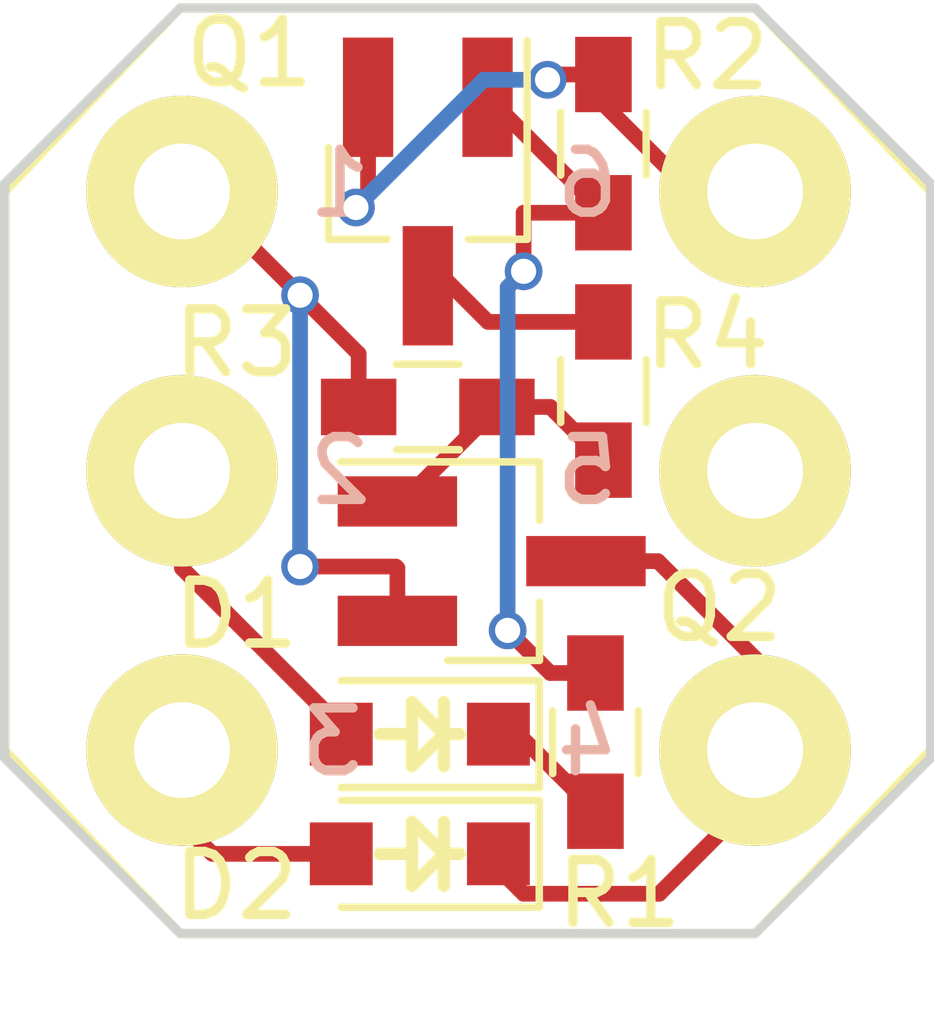
<source format=kicad_pcb>
(kicad_pcb (version 4) (host pcbnew 4.0.7)

  (general
    (links 14)
    (no_connects 0)
    (area 129.518999 82.845 144.801001 101.786)
    (thickness 1.6)
    (drawings 20)
    (tracks 55)
    (zones 0)
    (modules 9)
    (nets 11)
  )

  (page A4)
  (layers
    (0 F.Cu signal)
    (31 B.Cu signal)
    (32 B.Adhes user)
    (33 F.Adhes user)
    (34 B.Paste user)
    (35 F.Paste user)
    (36 B.SilkS user hide)
    (37 F.SilkS user)
    (38 B.Mask user)
    (39 F.Mask user)
    (40 Dwgs.User user)
    (41 Cmts.User user)
    (42 Eco1.User user)
    (43 Eco2.User user)
    (44 Edge.Cuts user)
    (45 Margin user)
    (46 B.CrtYd user hide)
    (47 F.CrtYd user)
    (48 B.Fab user hide)
    (49 F.Fab user hide)
  )

  (setup
    (last_trace_width 0.25)
    (trace_clearance 0.2)
    (zone_clearance 0.508)
    (zone_45_only no)
    (trace_min 0.2)
    (segment_width 0.2)
    (edge_width 0.15)
    (via_size 0.6)
    (via_drill 0.4)
    (via_min_size 0.4)
    (via_min_drill 0.3)
    (uvia_size 0.3)
    (uvia_drill 0.1)
    (uvias_allowed no)
    (uvia_min_size 0.2)
    (uvia_min_drill 0.1)
    (pcb_text_width 0.3)
    (pcb_text_size 1.5 1.5)
    (mod_edge_width 0.15)
    (mod_text_size 1 1)
    (mod_text_width 0.15)
    (pad_size 1.524 1.524)
    (pad_drill 0.762)
    (pad_to_mask_clearance 0.2)
    (aux_axis_origin 0 0)
    (visible_elements 7FFEFFBF)
    (pcbplotparams
      (layerselection 0x010f0_80000001)
      (usegerberextensions true)
      (excludeedgelayer true)
      (linewidth 0.100000)
      (plotframeref false)
      (viasonmask false)
      (mode 1)
      (useauxorigin false)
      (hpglpennumber 1)
      (hpglpenspeed 20)
      (hpglpendiameter 15)
      (hpglpenoverlay 2)
      (psnegative false)
      (psa4output false)
      (plotreference true)
      (plotvalue true)
      (plotinvisibletext false)
      (padsonsilk false)
      (subtractmaskfromsilk false)
      (outputformat 1)
      (mirror false)
      (drillshape 0)
      (scaleselection 1)
      (outputdirectory ""))
  )

  (net 0 "")
  (net 1 "Net-(D1-Pad1)")
  (net 2 Tele_ctrl)
  (net 3 S_pwr)
  (net 4 Ign_24V)
  (net 5 +24V)
  (net 6 "Net-(P1-Pad5)")
  (net 7 Earth)
  (net 8 "Net-(Q1-Pad3)")
  (net 9 "Net-(Q2-Pad1)")
  (net 10 "Net-(Q1-Pad1)")

  (net_class Default "This is the default net class."
    (clearance 0.2)
    (trace_width 0.25)
    (via_dia 0.6)
    (via_drill 0.4)
    (uvia_dia 0.3)
    (uvia_drill 0.1)
    (add_net +24V)
    (add_net Earth)
    (add_net Ign_24V)
    (add_net "Net-(D1-Pad1)")
    (add_net "Net-(P1-Pad5)")
    (add_net "Net-(Q1-Pad1)")
    (add_net "Net-(Q1-Pad3)")
    (add_net "Net-(Q2-Pad1)")
    (add_net S_pwr)
    (add_net Tele_ctrl)
  )

  (module Diodes_SMD:D_SOD-323_HandSoldering (layer F.Cu) (tedit 5B7B1FA2) (tstamp 5B7B0891)
    (at 136.398 98.171 180)
    (descr SOD-323)
    (tags SOD-323)
    (path /5B7AE4D2)
    (attr smd)
    (fp_text reference D1 (at 2.921 1.905 180) (layer F.SilkS)
      (effects (font (size 1 1) (thickness 0.15)))
    )
    (fp_text value D (at 0.1 1.9 180) (layer F.Fab)
      (effects (font (size 1 1) (thickness 0.15)))
    )
    (fp_text user %R (at 0 -1.85 180) (layer F.Fab)
      (effects (font (size 1 1) (thickness 0.15)))
    )
    (fp_line (start -1.9 -0.85) (end -1.9 0.85) (layer F.SilkS) (width 0.12))
    (fp_line (start 0.2 0) (end 0.45 0) (layer F.Fab) (width 0.1))
    (fp_line (start 0.2 0.35) (end -0.3 0) (layer F.Fab) (width 0.1))
    (fp_line (start 0.2 -0.35) (end 0.2 0.35) (layer F.Fab) (width 0.1))
    (fp_line (start -0.3 0) (end 0.2 -0.35) (layer F.Fab) (width 0.1))
    (fp_line (start -0.3 0) (end -0.5 0) (layer F.Fab) (width 0.1))
    (fp_line (start -0.3 -0.35) (end -0.3 0.35) (layer F.Fab) (width 0.1))
    (fp_line (start -0.9 0.7) (end -0.9 -0.7) (layer F.Fab) (width 0.1))
    (fp_line (start 0.9 0.7) (end -0.9 0.7) (layer F.Fab) (width 0.1))
    (fp_line (start 0.9 -0.7) (end 0.9 0.7) (layer F.Fab) (width 0.1))
    (fp_line (start -0.9 -0.7) (end 0.9 -0.7) (layer F.Fab) (width 0.1))
    (fp_line (start -2 -0.95) (end 2 -0.95) (layer F.CrtYd) (width 0.05))
    (fp_line (start 2 -0.95) (end 2 0.95) (layer F.CrtYd) (width 0.05))
    (fp_line (start -2 0.95) (end 2 0.95) (layer F.CrtYd) (width 0.05))
    (fp_line (start -2 -0.95) (end -2 0.95) (layer F.CrtYd) (width 0.05))
    (fp_line (start -1.9 0.85) (end 1.25 0.85) (layer F.SilkS) (width 0.12))
    (fp_line (start -1.9 -0.85) (end 1.25 -0.85) (layer F.SilkS) (width 0.12))
    (pad 1 smd rect (at -1.25 0 180) (size 1 1) (layers F.Cu F.Paste F.Mask)
      (net 1 "Net-(D1-Pad1)"))
    (pad 2 smd rect (at 1.25 0 180) (size 1 1) (layers F.Cu F.Paste F.Mask)
      (net 2 Tele_ctrl))
    (model ${KISYS3DMOD}/Diodes_SMD.3dshapes/D_SOD-323.wrl
      (at (xyz 0 0 0))
      (scale (xyz 1 1 1))
      (rotate (xyz 0 0 0))
    )
  )

  (module FootPrints:DT0X_6P (layer F.Cu) (tedit 5B7B0384) (tstamp 5B7B08C1)
    (at 137.16 93.98)
    (path /5B7B28FF)
    (fp_text reference P1 (at 0.508 0.762 90) (layer B.SilkS) hide
      (effects (font (size 1 1) (thickness 0.15)) (justify mirror))
    )
    (fp_text value CONN_01X06 (at 0 -10.16 180) (layer F.Fab)
      (effects (font (size 1 1) (thickness 0.15)))
    )
    (fp_line (start -7.366 4.445) (end -4.572 7.366) (layer F.SilkS) (width 0.15))
    (fp_line (start -4.572 7.366) (end 4.572 7.366) (layer F.SilkS) (width 0.15))
    (fp_line (start 4.572 -7.366) (end -4.572 -7.366) (layer F.SilkS) (width 0.15))
    (fp_line (start -4.572 -7.366) (end -7.366 -4.445) (layer F.SilkS) (width 0.15))
    (fp_line (start -7.366 4.445) (end -7.366 -4.445) (layer F.SilkS) (width 0.15))
    (fp_line (start 4.572 7.366) (end 7.366 4.445) (layer F.SilkS) (width 0.15))
    (fp_line (start 7.366 4.445) (end 7.366 -4.445) (layer F.SilkS) (width 0.15))
    (fp_line (start 4.572 -7.366) (end 7.366 -4.445) (layer F.SilkS) (width 0.15))
    (fp_text user 6 (at 1.905 -4.572) (layer B.SilkS)
      (effects (font (size 1 1) (thickness 0.15)) (justify mirror))
    )
    (fp_text user 5 (at 1.905 0) (layer B.SilkS)
      (effects (font (size 1 1) (thickness 0.15)) (justify mirror))
    )
    (fp_text user 4 (at 1.905 4.318) (layer B.SilkS)
      (effects (font (size 1 1) (thickness 0.15)) (justify mirror))
    )
    (fp_text user 3 (at -2.159 4.318) (layer B.SilkS)
      (effects (font (size 1 1) (thickness 0.15)) (justify mirror))
    )
    (fp_text user 2 (at -2.032 0) (layer B.SilkS)
      (effects (font (size 1 1) (thickness 0.15)) (justify mirror))
    )
    (fp_text user 1 (at -2.032 -4.572) (layer B.SilkS)
      (effects (font (size 1 1) (thickness 0.15)) (justify mirror))
    )
    (pad 5 thru_hole circle (at 4.572 0) (size 3.048 3.048) (drill 1.524) (layers *.Cu *.Mask F.SilkS)
      (net 6 "Net-(P1-Pad5)"))
    (pad 2 thru_hole circle (at -4.5466 0) (size 3.048 3.048) (drill 1.524) (layers *.Cu *.Mask F.SilkS)
      (net 2 Tele_ctrl))
    (pad 1 thru_hole circle (at -4.5466 -4.445) (size 3.048 3.048) (drill 1.524) (layers *.Cu *.Mask F.SilkS)
      (net 5 +24V))
    (pad 3 thru_hole circle (at -4.5466 4.445) (size 3.048 3.048) (drill 1.524) (layers *.Cu *.Mask F.SilkS)
      (net 4 Ign_24V))
    (pad 4 thru_hole circle (at 4.572 4.445) (size 3.048 3.048) (drill 1.524) (layers *.Cu *.Mask F.SilkS)
      (net 3 S_pwr))
    (pad 6 thru_hole circle (at 4.572 -4.445) (size 3.048 3.048) (drill 1.524) (layers *.Cu *.Mask F.SilkS)
      (net 7 Earth))
  )

  (module Resistors_SMD:R_0603_HandSoldering (layer F.Cu) (tedit 5B7B1FAC) (tstamp 5B7B092F)
    (at 139.319 92.71 90)
    (descr "Resistor SMD 0603, hand soldering")
    (tags "resistor 0603")
    (path /5B7AE3D4)
    (attr smd)
    (fp_text reference R4 (at 0.889 1.651 180) (layer F.SilkS)
      (effects (font (size 1 1) (thickness 0.15)))
    )
    (fp_text value 2.2K (at 0 1.55 90) (layer F.Fab)
      (effects (font (size 1 1) (thickness 0.15)))
    )
    (fp_text user %R (at 1.27 0 90) (layer F.Fab)
      (effects (font (size 0.4 0.4) (thickness 0.075)))
    )
    (fp_line (start -0.8 0.4) (end -0.8 -0.4) (layer F.Fab) (width 0.1))
    (fp_line (start 0.8 0.4) (end -0.8 0.4) (layer F.Fab) (width 0.1))
    (fp_line (start 0.8 -0.4) (end 0.8 0.4) (layer F.Fab) (width 0.1))
    (fp_line (start -0.8 -0.4) (end 0.8 -0.4) (layer F.Fab) (width 0.1))
    (fp_line (start 0.5 0.68) (end -0.5 0.68) (layer F.SilkS) (width 0.12))
    (fp_line (start -0.5 -0.68) (end 0.5 -0.68) (layer F.SilkS) (width 0.12))
    (fp_line (start -1.96 -0.7) (end 1.95 -0.7) (layer F.CrtYd) (width 0.05))
    (fp_line (start -1.96 -0.7) (end -1.96 0.7) (layer F.CrtYd) (width 0.05))
    (fp_line (start 1.95 0.7) (end 1.95 -0.7) (layer F.CrtYd) (width 0.05))
    (fp_line (start 1.95 0.7) (end -1.96 0.7) (layer F.CrtYd) (width 0.05))
    (pad 1 smd rect (at -1.1 0 90) (size 1.2 0.9) (layers F.Cu F.Paste F.Mask)
      (net 9 "Net-(Q2-Pad1)"))
    (pad 2 smd rect (at 1.1 0 90) (size 1.2 0.9) (layers F.Cu F.Paste F.Mask)
      (net 8 "Net-(Q1-Pad3)"))
    (model ${KISYS3DMOD}/Resistors_SMD.3dshapes/R_0603.wrl
      (at (xyz 0 0 0))
      (scale (xyz 1 1 1))
      (rotate (xyz 0 0 0))
    )
  )

  (module Diodes_SMD:D_SOD-323_HandSoldering (layer F.Cu) (tedit 5B7B1FC2) (tstamp 5B7B08A9)
    (at 136.398 100.076 180)
    (descr SOD-323)
    (tags SOD-323)
    (path /5B7AF966)
    (attr smd)
    (fp_text reference D2 (at 2.921 -0.508 180) (layer F.SilkS)
      (effects (font (size 1 1) (thickness 0.15)))
    )
    (fp_text value D (at 0.1 1.9 180) (layer F.Fab)
      (effects (font (size 1 1) (thickness 0.15)))
    )
    (fp_text user %R (at 0 -1.85 180) (layer F.Fab)
      (effects (font (size 1 1) (thickness 0.15)))
    )
    (fp_line (start -1.9 -0.85) (end -1.9 0.85) (layer F.SilkS) (width 0.12))
    (fp_line (start 0.2 0) (end 0.45 0) (layer F.Fab) (width 0.1))
    (fp_line (start 0.2 0.35) (end -0.3 0) (layer F.Fab) (width 0.1))
    (fp_line (start 0.2 -0.35) (end 0.2 0.35) (layer F.Fab) (width 0.1))
    (fp_line (start -0.3 0) (end 0.2 -0.35) (layer F.Fab) (width 0.1))
    (fp_line (start -0.3 0) (end -0.5 0) (layer F.Fab) (width 0.1))
    (fp_line (start -0.3 -0.35) (end -0.3 0.35) (layer F.Fab) (width 0.1))
    (fp_line (start -0.9 0.7) (end -0.9 -0.7) (layer F.Fab) (width 0.1))
    (fp_line (start 0.9 0.7) (end -0.9 0.7) (layer F.Fab) (width 0.1))
    (fp_line (start 0.9 -0.7) (end 0.9 0.7) (layer F.Fab) (width 0.1))
    (fp_line (start -0.9 -0.7) (end 0.9 -0.7) (layer F.Fab) (width 0.1))
    (fp_line (start -2 -0.95) (end 2 -0.95) (layer F.CrtYd) (width 0.05))
    (fp_line (start 2 -0.95) (end 2 0.95) (layer F.CrtYd) (width 0.05))
    (fp_line (start -2 0.95) (end 2 0.95) (layer F.CrtYd) (width 0.05))
    (fp_line (start -2 -0.95) (end -2 0.95) (layer F.CrtYd) (width 0.05))
    (fp_line (start -1.9 0.85) (end 1.25 0.85) (layer F.SilkS) (width 0.12))
    (fp_line (start -1.9 -0.85) (end 1.25 -0.85) (layer F.SilkS) (width 0.12))
    (pad 1 smd rect (at -1.25 0 180) (size 1 1) (layers F.Cu F.Paste F.Mask)
      (net 3 S_pwr))
    (pad 2 smd rect (at 1.25 0 180) (size 1 1) (layers F.Cu F.Paste F.Mask)
      (net 4 Ign_24V))
    (model ${KISYS3DMOD}/Diodes_SMD.3dshapes/D_SOD-323.wrl
      (at (xyz 0 0 0))
      (scale (xyz 1 1 1))
      (rotate (xyz 0 0 0))
    )
  )

  (module Resistors_SMD:R_0603_HandSoldering (layer F.Cu) (tedit 5B7B1FCC) (tstamp 5B7B08FC)
    (at 139.192 98.298 270)
    (descr "Resistor SMD 0603, hand soldering")
    (tags "resistor 0603")
    (path /5B7AE218)
    (attr smd)
    (fp_text reference R1 (at 2.413 -0.381 360) (layer F.SilkS)
      (effects (font (size 1 1) (thickness 0.15)))
    )
    (fp_text value 2.2K (at 0 1.55 270) (layer F.Fab)
      (effects (font (size 1 1) (thickness 0.15)))
    )
    (fp_text user %R (at 0 0 270) (layer F.Fab)
      (effects (font (size 0.4 0.4) (thickness 0.075)))
    )
    (fp_line (start -0.8 0.4) (end -0.8 -0.4) (layer F.Fab) (width 0.1))
    (fp_line (start 0.8 0.4) (end -0.8 0.4) (layer F.Fab) (width 0.1))
    (fp_line (start 0.8 -0.4) (end 0.8 0.4) (layer F.Fab) (width 0.1))
    (fp_line (start -0.8 -0.4) (end 0.8 -0.4) (layer F.Fab) (width 0.1))
    (fp_line (start 0.5 0.68) (end -0.5 0.68) (layer F.SilkS) (width 0.12))
    (fp_line (start -0.5 -0.68) (end 0.5 -0.68) (layer F.SilkS) (width 0.12))
    (fp_line (start -1.96 -0.7) (end 1.95 -0.7) (layer F.CrtYd) (width 0.05))
    (fp_line (start -1.96 -0.7) (end -1.96 0.7) (layer F.CrtYd) (width 0.05))
    (fp_line (start 1.95 0.7) (end 1.95 -0.7) (layer F.CrtYd) (width 0.05))
    (fp_line (start 1.95 0.7) (end -1.96 0.7) (layer F.CrtYd) (width 0.05))
    (pad 1 smd rect (at -1.1 0 270) (size 1.2 0.9) (layers F.Cu F.Paste F.Mask)
      (net 10 "Net-(Q1-Pad1)"))
    (pad 2 smd rect (at 1.1 0 270) (size 1.2 0.9) (layers F.Cu F.Paste F.Mask)
      (net 1 "Net-(D1-Pad1)"))
    (model ${KISYS3DMOD}/Resistors_SMD.3dshapes/R_0603.wrl
      (at (xyz 0 0 0))
      (scale (xyz 1 1 1))
      (rotate (xyz 0 0 0))
    )
  )

  (module Resistors_SMD:R_0603_HandSoldering (layer F.Cu) (tedit 5B7B1FB6) (tstamp 5B7B090D)
    (at 139.319 88.773 270)
    (descr "Resistor SMD 0603, hand soldering")
    (tags "resistor 0603")
    (path /5B7AE2C3)
    (attr smd)
    (fp_text reference R2 (at -1.397 -1.651 360) (layer F.SilkS)
      (effects (font (size 1 1) (thickness 0.15)))
    )
    (fp_text value 10K (at 0 1.55 270) (layer F.Fab)
      (effects (font (size 1 1) (thickness 0.15)))
    )
    (fp_text user %R (at 0 0 270) (layer F.Fab)
      (effects (font (size 0.4 0.4) (thickness 0.075)))
    )
    (fp_line (start -0.8 0.4) (end -0.8 -0.4) (layer F.Fab) (width 0.1))
    (fp_line (start 0.8 0.4) (end -0.8 0.4) (layer F.Fab) (width 0.1))
    (fp_line (start 0.8 -0.4) (end 0.8 0.4) (layer F.Fab) (width 0.1))
    (fp_line (start -0.8 -0.4) (end 0.8 -0.4) (layer F.Fab) (width 0.1))
    (fp_line (start 0.5 0.68) (end -0.5 0.68) (layer F.SilkS) (width 0.12))
    (fp_line (start -0.5 -0.68) (end 0.5 -0.68) (layer F.SilkS) (width 0.12))
    (fp_line (start -1.96 -0.7) (end 1.95 -0.7) (layer F.CrtYd) (width 0.05))
    (fp_line (start -1.96 -0.7) (end -1.96 0.7) (layer F.CrtYd) (width 0.05))
    (fp_line (start 1.95 0.7) (end 1.95 -0.7) (layer F.CrtYd) (width 0.05))
    (fp_line (start 1.95 0.7) (end -1.96 0.7) (layer F.CrtYd) (width 0.05))
    (pad 1 smd rect (at -1.1 0 270) (size 1.2 0.9) (layers F.Cu F.Paste F.Mask)
      (net 7 Earth))
    (pad 2 smd rect (at 1.1 0 270) (size 1.2 0.9) (layers F.Cu F.Paste F.Mask)
      (net 10 "Net-(Q1-Pad1)"))
    (model ${KISYS3DMOD}/Resistors_SMD.3dshapes/R_0603.wrl
      (at (xyz 0 0 0))
      (scale (xyz 1 1 1))
      (rotate (xyz 0 0 0))
    )
  )

  (module Resistors_SMD:R_0603_HandSoldering (layer F.Cu) (tedit 5B7B1FB1) (tstamp 5B7B091E)
    (at 136.525 92.964)
    (descr "Resistor SMD 0603, hand soldering")
    (tags "resistor 0603")
    (path /5B7AE328)
    (attr smd)
    (fp_text reference R3 (at -3.048 -1.016) (layer F.SilkS)
      (effects (font (size 1 1) (thickness 0.15)))
    )
    (fp_text value 2.2K (at 0 1.55) (layer F.Fab)
      (effects (font (size 1 1) (thickness 0.15)))
    )
    (fp_text user %R (at 0 0) (layer F.Fab)
      (effects (font (size 0.4 0.4) (thickness 0.075)))
    )
    (fp_line (start -0.8 0.4) (end -0.8 -0.4) (layer F.Fab) (width 0.1))
    (fp_line (start 0.8 0.4) (end -0.8 0.4) (layer F.Fab) (width 0.1))
    (fp_line (start 0.8 -0.4) (end 0.8 0.4) (layer F.Fab) (width 0.1))
    (fp_line (start -0.8 -0.4) (end 0.8 -0.4) (layer F.Fab) (width 0.1))
    (fp_line (start 0.5 0.68) (end -0.5 0.68) (layer F.SilkS) (width 0.12))
    (fp_line (start -0.5 -0.68) (end 0.5 -0.68) (layer F.SilkS) (width 0.12))
    (fp_line (start -1.96 -0.7) (end 1.95 -0.7) (layer F.CrtYd) (width 0.05))
    (fp_line (start -1.96 -0.7) (end -1.96 0.7) (layer F.CrtYd) (width 0.05))
    (fp_line (start 1.95 0.7) (end 1.95 -0.7) (layer F.CrtYd) (width 0.05))
    (fp_line (start 1.95 0.7) (end -1.96 0.7) (layer F.CrtYd) (width 0.05))
    (pad 1 smd rect (at -1.1 0) (size 1.2 0.9) (layers F.Cu F.Paste F.Mask)
      (net 5 +24V))
    (pad 2 smd rect (at 1.1 0) (size 1.2 0.9) (layers F.Cu F.Paste F.Mask)
      (net 9 "Net-(Q2-Pad1)"))
    (model ${KISYS3DMOD}/Resistors_SMD.3dshapes/R_0603.wrl
      (at (xyz 0 0 0))
      (scale (xyz 1 1 1))
      (rotate (xyz 0 0 0))
    )
  )

  (module TO_SOT_Packages_SMD:SOT-23_Handsoldering (layer F.Cu) (tedit 5BA3EED7) (tstamp 5BA3E964)
    (at 136.525 89.535 270)
    (descr "SOT-23, Handsoldering")
    (tags SOT-23)
    (path /5BA3EB7A)
    (attr smd)
    (fp_text reference Q1 (at -2.19964 2.83972 360) (layer F.SilkS)
      (effects (font (size 1 1) (thickness 0.15)))
    )
    (fp_text value 2N3904 (at 0 2.5 270) (layer F.Fab)
      (effects (font (size 1 1) (thickness 0.15)))
    )
    (fp_text user %R (at 0 0 360) (layer F.Fab)
      (effects (font (size 0.5 0.5) (thickness 0.075)))
    )
    (fp_line (start 0.76 1.58) (end 0.76 0.65) (layer F.SilkS) (width 0.12))
    (fp_line (start 0.76 -1.58) (end 0.76 -0.65) (layer F.SilkS) (width 0.12))
    (fp_line (start -2.7 -1.75) (end 2.7 -1.75) (layer F.CrtYd) (width 0.05))
    (fp_line (start 2.7 -1.75) (end 2.7 1.75) (layer F.CrtYd) (width 0.05))
    (fp_line (start 2.7 1.75) (end -2.7 1.75) (layer F.CrtYd) (width 0.05))
    (fp_line (start -2.7 1.75) (end -2.7 -1.75) (layer F.CrtYd) (width 0.05))
    (fp_line (start 0.76 -1.58) (end -2.4 -1.58) (layer F.SilkS) (width 0.12))
    (fp_line (start -0.7 -0.95) (end -0.7 1.5) (layer F.Fab) (width 0.1))
    (fp_line (start -0.15 -1.52) (end 0.7 -1.52) (layer F.Fab) (width 0.1))
    (fp_line (start -0.7 -0.95) (end -0.15 -1.52) (layer F.Fab) (width 0.1))
    (fp_line (start 0.7 -1.52) (end 0.7 1.52) (layer F.Fab) (width 0.1))
    (fp_line (start -0.7 1.52) (end 0.7 1.52) (layer F.Fab) (width 0.1))
    (fp_line (start 0.76 1.58) (end -0.7 1.58) (layer F.SilkS) (width 0.12))
    (pad 1 smd rect (at -1.5 -0.95 270) (size 1.9 0.8) (layers F.Cu F.Paste F.Mask)
      (net 10 "Net-(Q1-Pad1)"))
    (pad 2 smd rect (at -1.5 0.95 270) (size 1.9 0.8) (layers F.Cu F.Paste F.Mask)
      (net 7 Earth))
    (pad 3 smd rect (at 1.5 0 270) (size 1.9 0.8) (layers F.Cu F.Paste F.Mask)
      (net 8 "Net-(Q1-Pad3)"))
    (model ${KISYS3DMOD}/TO_SOT_Packages_SMD.3dshapes\SOT-23.wrl
      (at (xyz 0 0 0))
      (scale (xyz 1 1 1))
      (rotate (xyz 0 0 0))
    )
  )

  (module TO_SOT_Packages_SMD:SOT-23_Handsoldering (layer F.Cu) (tedit 5BA3EEBD) (tstamp 5BA3E96B)
    (at 137.541 95.41764)
    (descr "SOT-23, Handsoldering")
    (tags SOT-23)
    (path /5BA3E9D0)
    (attr smd)
    (fp_text reference Q2 (at 3.62204 0.74168) (layer F.SilkS)
      (effects (font (size 1 1) (thickness 0.15)))
    )
    (fp_text value FDN338P (at 0 2.5) (layer F.Fab)
      (effects (font (size 1 1) (thickness 0.15)))
    )
    (fp_text user %R (at 0 0 90) (layer F.Fab)
      (effects (font (size 0.5 0.5) (thickness 0.075)))
    )
    (fp_line (start 0.76 1.58) (end 0.76 0.65) (layer F.SilkS) (width 0.12))
    (fp_line (start 0.76 -1.58) (end 0.76 -0.65) (layer F.SilkS) (width 0.12))
    (fp_line (start -2.7 -1.75) (end 2.7 -1.75) (layer F.CrtYd) (width 0.05))
    (fp_line (start 2.7 -1.75) (end 2.7 1.75) (layer F.CrtYd) (width 0.05))
    (fp_line (start 2.7 1.75) (end -2.7 1.75) (layer F.CrtYd) (width 0.05))
    (fp_line (start -2.7 1.75) (end -2.7 -1.75) (layer F.CrtYd) (width 0.05))
    (fp_line (start 0.76 -1.58) (end -2.4 -1.58) (layer F.SilkS) (width 0.12))
    (fp_line (start -0.7 -0.95) (end -0.7 1.5) (layer F.Fab) (width 0.1))
    (fp_line (start -0.15 -1.52) (end 0.7 -1.52) (layer F.Fab) (width 0.1))
    (fp_line (start -0.7 -0.95) (end -0.15 -1.52) (layer F.Fab) (width 0.1))
    (fp_line (start 0.7 -1.52) (end 0.7 1.52) (layer F.Fab) (width 0.1))
    (fp_line (start -0.7 1.52) (end 0.7 1.52) (layer F.Fab) (width 0.1))
    (fp_line (start 0.76 1.58) (end -0.7 1.58) (layer F.SilkS) (width 0.12))
    (pad 1 smd rect (at -1.5 -0.95) (size 1.9 0.8) (layers F.Cu F.Paste F.Mask)
      (net 9 "Net-(Q2-Pad1)"))
    (pad 2 smd rect (at -1.5 0.95) (size 1.9 0.8) (layers F.Cu F.Paste F.Mask)
      (net 5 +24V))
    (pad 3 smd rect (at 1.5 0) (size 1.9 0.8) (layers F.Cu F.Paste F.Mask)
      (net 3 S_pwr))
    (model ${KISYS3DMOD}/TO_SOT_Packages_SMD.3dshapes\SOT-23.wrl
      (at (xyz 0 0 0))
      (scale (xyz 1 1 1))
      (rotate (xyz 0 0 0))
    )
  )

  (gr_line (start 136.779 98.171) (end 137.033 98.171) (angle 90) (layer F.SilkS) (width 0.2))
  (gr_line (start 136.779 100.076) (end 137.033 100.076) (angle 90) (layer F.SilkS) (width 0.2))
  (gr_line (start 136.271 100.076) (end 135.763 100.076) (angle 90) (layer F.SilkS) (width 0.2))
  (gr_line (start 136.271 100.584) (end 136.779 100.076) (angle 90) (layer F.SilkS) (width 0.2))
  (gr_line (start 136.271 99.568) (end 136.271 100.584) (angle 90) (layer F.SilkS) (width 0.2))
  (gr_line (start 136.779 100.076) (end 136.271 99.568) (angle 90) (layer F.SilkS) (width 0.2))
  (gr_line (start 136.779 99.568) (end 136.779 100.584) (angle 90) (layer F.SilkS) (width 0.2))
  (gr_line (start 136.271 98.171) (end 135.763 98.171) (angle 90) (layer F.SilkS) (width 0.2))
  (gr_line (start 136.271 98.679) (end 136.779 98.171) (angle 90) (layer F.SilkS) (width 0.2))
  (gr_line (start 136.271 97.663) (end 136.271 98.679) (angle 90) (layer F.SilkS) (width 0.2))
  (gr_line (start 136.779 98.171) (end 136.271 97.663) (angle 90) (layer F.SilkS) (width 0.2))
  (gr_line (start 136.779 97.663) (end 136.779 98.679) (angle 90) (layer F.SilkS) (width 0.2))
  (gr_line (start 144.526 89.408) (end 141.732 86.614) (angle 90) (layer Edge.Cuts) (width 0.15))
  (gr_line (start 144.526 98.552) (end 144.526 89.408) (angle 90) (layer Edge.Cuts) (width 0.15))
  (gr_line (start 141.732 101.346) (end 144.526 98.552) (angle 90) (layer Edge.Cuts) (width 0.15))
  (gr_line (start 132.588 101.346) (end 141.732 101.346) (angle 90) (layer Edge.Cuts) (width 0.15))
  (gr_line (start 129.794 98.552) (end 132.588 101.346) (angle 90) (layer Edge.Cuts) (width 0.15))
  (gr_line (start 129.794 89.408) (end 129.794 98.552) (angle 90) (layer Edge.Cuts) (width 0.15))
  (gr_line (start 132.588 86.614) (end 129.794 89.408) (angle 90) (layer Edge.Cuts) (width 0.15))
  (gr_line (start 141.732 86.614) (end 132.588 86.614) (angle 90) (layer Edge.Cuts) (width 0.15))

  (segment (start 137.648 98.171) (end 137.965 98.171) (width 0.25) (layer F.Cu) (net 1))
  (segment (start 137.965 98.171) (end 139.192 99.398) (width 0.25) (layer F.Cu) (net 1) (tstamp 5B7B2205))
  (segment (start 135.148 98.171) (end 135.148 98.064) (width 0.25) (layer F.Cu) (net 2))
  (segment (start 135.148 98.064) (end 132.6134 95.5294) (width 0.25) (layer F.Cu) (net 2) (tstamp 5B7B2214))
  (segment (start 132.6134 95.5294) (end 132.6134 93.98) (width 0.25) (layer F.Cu) (net 2) (tstamp 5B7B2215))
  (segment (start 139.041 95.41764) (end 140.18514 95.41764) (width 0.25) (layer F.Cu) (net 3))
  (segment (start 140.18514 95.41764) (end 141.732 96.9645) (width 0.25) (layer F.Cu) (net 3) (tstamp 5BA3F58B))
  (segment (start 141.732 96.9645) (end 141.732 98.425) (width 0.25) (layer F.Cu) (net 3) (tstamp 5BA3F58D))
  (segment (start 141.732 98.425) (end 141.732 99.187) (width 0.25) (layer F.Cu) (net 3))
  (segment (start 141.732 99.187) (end 140.843 100.076) (width 0.25) (layer F.Cu) (net 3) (tstamp 5B7B220D))
  (segment (start 137.648 100.076) (end 137.648 100.31) (width 0.25) (layer F.Cu) (net 3))
  (segment (start 137.648 100.31) (end 138.049 100.711) (width 0.25) (layer F.Cu) (net 3) (tstamp 5B7B2208))
  (segment (start 138.049 100.711) (end 140.208 100.711) (width 0.25) (layer F.Cu) (net 3) (tstamp 5B7B2209))
  (segment (start 140.208 100.711) (end 140.843 100.076) (width 0.25) (layer F.Cu) (net 3) (tstamp 5B7B220A))
  (segment (start 135.148 100.076) (end 133.096 100.076) (width 0.25) (layer F.Cu) (net 4))
  (segment (start 133.096 100.076) (end 132.6134 99.5934) (width 0.25) (layer F.Cu) (net 4) (tstamp 5B7B2210))
  (segment (start 132.6134 99.5934) (end 132.6134 98.425) (width 0.25) (layer F.Cu) (net 4) (tstamp 5B7B2211))
  (segment (start 135.425 92.964) (end 135.425 92.118) (width 0.25) (layer F.Cu) (net 5))
  (segment (start 135.425 92.118) (end 134.493 91.186) (width 0.25) (layer F.Cu) (net 5) (tstamp 5BA3F1A0))
  (segment (start 136.041 96.36764) (end 136.041 95.528) (width 0.25) (layer F.Cu) (net 5))
  (segment (start 134.493 91.186) (end 132.842 89.535) (width 0.25) (layer F.Cu) (net 5) (tstamp 5BA3F18E))
  (via (at 134.493 91.186) (size 0.6) (drill 0.4) (layers F.Cu B.Cu) (net 5))
  (segment (start 134.493 95.504) (end 134.493 91.186) (width 0.25) (layer B.Cu) (net 5) (tstamp 5BA3F179))
  (via (at 134.493 95.504) (size 0.6) (drill 0.4) (layers F.Cu B.Cu) (net 5))
  (segment (start 136.017 95.504) (end 134.493 95.504) (width 0.25) (layer F.Cu) (net 5) (tstamp 5BA3F171))
  (segment (start 136.041 95.528) (end 136.017 95.504) (width 0.25) (layer F.Cu) (net 5) (tstamp 5BA3F16E))
  (segment (start 132.842 89.535) (end 132.6134 89.535) (width 0.25) (layer F.Cu) (net 5) (tstamp 5BA3F18F))
  (segment (start 132.6134 89.535) (end 132.61848 89.535) (width 0.25) (layer F.Cu) (net 5))
  (segment (start 135.575 88.035) (end 135.575 89.596) (width 0.25) (layer F.Cu) (net 7))
  (segment (start 138.514 87.673) (end 139.319 87.673) (width 0.25) (layer F.Cu) (net 7) (tstamp 5BA3F2C0))
  (segment (start 138.43 87.757) (end 138.514 87.673) (width 0.25) (layer F.Cu) (net 7) (tstamp 5BA3F2BF))
  (via (at 138.43 87.757) (size 0.6) (drill 0.4) (layers F.Cu B.Cu) (net 7))
  (segment (start 137.414 87.757) (end 138.43 87.757) (width 0.25) (layer B.Cu) (net 7) (tstamp 5BA3F2BC))
  (segment (start 135.382 89.789) (end 137.414 87.757) (width 0.25) (layer B.Cu) (net 7) (tstamp 5BA3F2BB))
  (via (at 135.382 89.789) (size 0.6) (drill 0.4) (layers F.Cu B.Cu) (net 7))
  (segment (start 135.575 89.596) (end 135.382 89.789) (width 0.25) (layer F.Cu) (net 7) (tstamp 5BA3F2AE))
  (segment (start 139.084 87.908) (end 140.711 89.535) (width 0.25) (layer F.Cu) (net 7) (tstamp 5B7B2252))
  (segment (start 140.711 89.535) (end 141.732 89.535) (width 0.25) (layer F.Cu) (net 7) (tstamp 5B7B2253))
  (segment (start 135.829 88.839) (end 135.829 87.908) (width 0.25) (layer F.Cu) (net 7) (tstamp 5B7B2243))
  (segment (start 139.319 91.61) (end 137.481 91.61) (width 0.25) (layer F.Cu) (net 8))
  (segment (start 137.481 91.61) (end 136.779 90.908) (width 0.25) (layer F.Cu) (net 8) (tstamp 5B7B2257))
  (segment (start 137.625 92.964) (end 137.625 92.97) (width 0.25) (layer F.Cu) (net 9))
  (segment (start 137.625 92.97) (end 136.041 94.554) (width 0.25) (layer F.Cu) (net 9) (tstamp 5B7B2235))
  (segment (start 137.625 92.964) (end 138.473 92.964) (width 0.25) (layer F.Cu) (net 9))
  (segment (start 138.473 92.964) (end 139.319 93.81) (width 0.25) (layer F.Cu) (net 9) (tstamp 5B7B2222))
  (segment (start 138.049 89.873) (end 138.049 90.805) (width 0.25) (layer F.Cu) (net 10))
  (segment (start 137.795 96.52) (end 138.473 97.198) (width 0.25) (layer F.Cu) (net 10) (tstamp 5B7B224E))
  (via (at 137.795 96.52) (size 0.6) (drill 0.4) (layers F.Cu B.Cu) (net 10))
  (segment (start 137.795 91.059) (end 137.795 96.52) (width 0.25) (layer B.Cu) (net 10) (tstamp 5B7B224B))
  (segment (start 138.049 90.805) (end 137.795 91.059) (width 0.25) (layer B.Cu) (net 10) (tstamp 5B7B224A))
  (via (at 138.049 90.805) (size 0.6) (drill 0.4) (layers F.Cu B.Cu) (net 10))
  (segment (start 138.473 97.198) (end 139.192 97.198) (width 0.25) (layer F.Cu) (net 10) (tstamp 5B7B224F))
  (segment (start 139.319 89.873) (end 138.049 89.873) (width 0.25) (layer F.Cu) (net 10))
  (segment (start 137.475 88.035) (end 137.481 88.035) (width 0.25) (layer F.Cu) (net 10))
  (segment (start 137.481 88.035) (end 139.319 89.873) (width 0.25) (layer F.Cu) (net 10) (tstamp 5BA3F05A))

)

</source>
